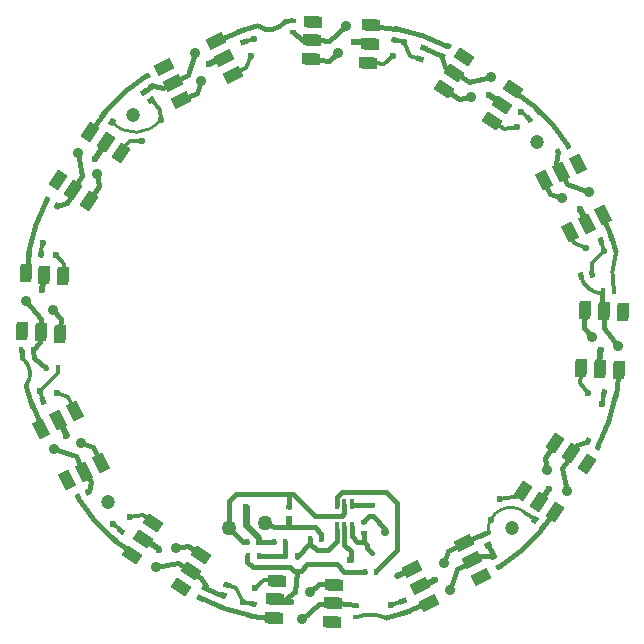
<source format=gtl>
%FSTAX42Y42*%
%MOMM*%
G71*
G01*
G75*
G04 Layer_Physical_Order=1*
G04 Layer_Color=255*
%ADD10C,0.35*%
%ADD11C,0.45*%
%ADD12C,0.25*%
G04:AMPARAMS|DCode=13|XSize=0.46mm|YSize=0.61mm|CornerRadius=0mm|HoleSize=0mm|Usage=FLASHONLY|Rotation=350.000|XOffset=0mm|YOffset=0mm|HoleType=Round|Shape=Rectangle|*
%AMROTATEDRECTD13*
4,1,4,-0.28,-0.26,-0.17,0.34,0.28,0.26,0.17,-0.34,-0.28,-0.26,0.0*
%
%ADD13ROTATEDRECTD13*%

G04:AMPARAMS|DCode=14|XSize=1mm|YSize=1.5mm|CornerRadius=0mm|HoleSize=0mm|Usage=FLASHONLY|Rotation=26.400|XOffset=0mm|YOffset=0mm|HoleType=Round|Shape=Rectangle|*
%AMROTATEDRECTD14*
4,1,4,-0.11,-0.89,-0.78,0.45,0.11,0.89,0.78,-0.45,-0.11,-0.89,0.0*
%
%ADD14ROTATEDRECTD14*%

G04:AMPARAMS|DCode=15|XSize=1mm|YSize=1.5mm|CornerRadius=0mm|HoleSize=0mm|Usage=FLASHONLY|Rotation=56.400|XOffset=0mm|YOffset=0mm|HoleType=Round|Shape=Rectangle|*
%AMROTATEDRECTD15*
4,1,4,0.35,-0.83,-0.90,-0.00,-0.35,0.83,0.90,0.00,0.35,-0.83,0.0*
%
%ADD15ROTATEDRECTD15*%

G04:AMPARAMS|DCode=16|XSize=1mm|YSize=1.5mm|CornerRadius=0mm|HoleSize=0mm|Usage=FLASHONLY|Rotation=86.500|XOffset=0mm|YOffset=0mm|HoleType=Round|Shape=Rectangle|*
%AMROTATEDRECTD16*
4,1,4,0.72,-0.54,-0.78,-0.45,-0.72,0.54,0.78,0.45,0.72,-0.54,0.0*
%
%ADD16ROTATEDRECTD16*%

G04:AMPARAMS|DCode=17|XSize=1mm|YSize=1.5mm|CornerRadius=0mm|HoleSize=0mm|Usage=FLASHONLY|Rotation=326.400|XOffset=0mm|YOffset=0mm|HoleType=Round|Shape=Rectangle|*
%AMROTATEDRECTD17*
4,1,4,-0.83,-0.35,-0.00,0.90,0.83,0.35,0.00,-0.90,-0.83,-0.35,0.0*
%
%ADD17ROTATEDRECTD17*%

G04:AMPARAMS|DCode=18|XSize=0.46mm|YSize=0.61mm|CornerRadius=0mm|HoleSize=0mm|Usage=FLASHONLY|Rotation=320.000|XOffset=0mm|YOffset=0mm|HoleType=Round|Shape=Rectangle|*
%AMROTATEDRECTD18*
4,1,4,-0.37,-0.09,0.02,0.38,0.37,0.09,-0.02,-0.38,-0.37,-0.09,0.0*
%
%ADD18ROTATEDRECTD18*%

G04:AMPARAMS|DCode=19|XSize=1mm|YSize=1.5mm|CornerRadius=0mm|HoleSize=0mm|Usage=FLASHONLY|Rotation=296.400|XOffset=0mm|YOffset=0mm|HoleType=Round|Shape=Rectangle|*
%AMROTATEDRECTD19*
4,1,4,-0.89,0.11,0.45,0.78,0.89,-0.11,-0.45,-0.78,-0.89,0.11,0.0*
%
%ADD19ROTATEDRECTD19*%

G04:AMPARAMS|DCode=20|XSize=0.46mm|YSize=0.51mm|CornerRadius=0mm|HoleSize=0mm|Usage=FLASHONLY|Rotation=30.000|XOffset=0mm|YOffset=0mm|HoleType=Round|Shape=Rectangle|*
%AMROTATEDRECTD20*
4,1,4,-0.07,-0.33,-0.32,0.11,0.07,0.33,0.32,-0.11,-0.07,-0.33,0.0*
%
%ADD20ROTATEDRECTD20*%

G04:AMPARAMS|DCode=21|XSize=0.46mm|YSize=0.51mm|CornerRadius=0mm|HoleSize=0mm|Usage=FLASHONLY|Rotation=150.000|XOffset=0mm|YOffset=0mm|HoleType=Round|Shape=Rectangle|*
%AMROTATEDRECTD21*
4,1,4,0.32,0.11,0.07,-0.33,-0.32,-0.11,-0.07,0.33,0.32,0.11,0.0*
%
%ADD21ROTATEDRECTD21*%

G04:AMPARAMS|DCode=22|XSize=1mm|YSize=1.5mm|CornerRadius=0mm|HoleSize=0mm|Usage=FLASHONLY|Rotation=207.000|XOffset=0mm|YOffset=0mm|HoleType=Round|Shape=Rectangle|*
%AMROTATEDRECTD22*
4,1,4,0.11,0.90,0.79,-0.44,-0.11,-0.90,-0.79,0.44,0.11,0.90,0.0*
%
%ADD22ROTATEDRECTD22*%

G04:AMPARAMS|DCode=23|XSize=0.46mm|YSize=0.61mm|CornerRadius=0mm|HoleSize=0mm|Usage=FLASHONLY|Rotation=230.000|XOffset=0mm|YOffset=0mm|HoleType=Round|Shape=Rectangle|*
%AMROTATEDRECTD23*
4,1,4,-0.09,0.37,0.38,-0.02,0.09,-0.37,-0.38,0.02,-0.09,0.37,0.0*
%
%ADD23ROTATEDRECTD23*%

G04:AMPARAMS|DCode=24|XSize=0.46mm|YSize=0.51mm|CornerRadius=0mm|HoleSize=0mm|Usage=FLASHONLY|Rotation=65.000|XOffset=0mm|YOffset=0mm|HoleType=Round|Shape=Rectangle|*
%AMROTATEDRECTD24*
4,1,4,0.13,-0.31,-0.33,-0.10,-0.13,0.31,0.33,0.10,0.13,-0.31,0.0*
%
%ADD24ROTATEDRECTD24*%

G04:AMPARAMS|DCode=25|XSize=0.46mm|YSize=0.61mm|CornerRadius=0mm|HoleSize=0mm|Usage=FLASHONLY|Rotation=260.000|XOffset=0mm|YOffset=0mm|HoleType=Round|Shape=Rectangle|*
%AMROTATEDRECTD25*
4,1,4,-0.26,0.28,0.34,0.17,0.26,-0.28,-0.34,-0.17,-0.26,0.28,0.0*
%
%ADD25ROTATEDRECTD25*%

G04:AMPARAMS|DCode=26|XSize=0.46mm|YSize=0.61mm|CornerRadius=0mm|HoleSize=0mm|Usage=FLASHONLY|Rotation=290.000|XOffset=0mm|YOffset=0mm|HoleType=Round|Shape=Rectangle|*
%AMROTATEDRECTD26*
4,1,4,-0.36,0.11,0.21,0.32,0.36,-0.11,-0.21,-0.32,-0.36,0.11,0.0*
%
%ADD26ROTATEDRECTD26*%

%ADD27R,0.51X0.46*%
G04:AMPARAMS|DCode=28|XSize=0.46mm|YSize=0.51mm|CornerRadius=0mm|HoleSize=0mm|Usage=FLASHONLY|Rotation=120.000|XOffset=0mm|YOffset=0mm|HoleType=Round|Shape=Rectangle|*
%AMROTATEDRECTD28*
4,1,4,0.33,-0.07,-0.11,-0.32,-0.33,0.07,0.11,0.32,0.33,-0.07,0.0*
%
%ADD28ROTATEDRECTD28*%

G04:AMPARAMS|DCode=29|XSize=0.46mm|YSize=0.61mm|CornerRadius=0mm|HoleSize=0mm|Usage=FLASHONLY|Rotation=298.000|XOffset=0mm|YOffset=0mm|HoleType=Round|Shape=Rectangle|*
%AMROTATEDRECTD29*
4,1,4,-0.38,0.06,0.16,0.34,0.38,-0.06,-0.16,-0.34,-0.38,0.06,0.0*
%
%ADD29ROTATEDRECTD29*%

G04:AMPARAMS|DCode=30|XSize=0.46mm|YSize=0.61mm|CornerRadius=0mm|HoleSize=0mm|Usage=FLASHONLY|Rotation=249.000|XOffset=0mm|YOffset=0mm|HoleType=Round|Shape=Rectangle|*
%AMROTATEDRECTD30*
4,1,4,-0.20,0.32,0.37,0.10,0.20,-0.32,-0.37,-0.10,-0.20,0.32,0.0*
%
%ADD30ROTATEDRECTD30*%

G04:AMPARAMS|DCode=31|XSize=0.46mm|YSize=0.61mm|CornerRadius=0mm|HoleSize=0mm|Usage=FLASHONLY|Rotation=21.000|XOffset=0mm|YOffset=0mm|HoleType=Round|Shape=Rectangle|*
%AMROTATEDRECTD31*
4,1,4,-0.10,-0.37,-0.32,0.20,0.10,0.37,0.32,-0.20,-0.10,-0.37,0.0*
%
%ADD31ROTATEDRECTD31*%

G04:AMPARAMS|DCode=32|XSize=0.46mm|YSize=0.61mm|CornerRadius=0mm|HoleSize=0mm|Usage=FLASHONLY|Rotation=190.000|XOffset=0mm|YOffset=0mm|HoleType=Round|Shape=Rectangle|*
%AMROTATEDRECTD32*
4,1,4,0.17,0.34,0.28,-0.26,-0.17,-0.34,-0.28,0.26,0.17,0.34,0.0*
%
%ADD32ROTATEDRECTD32*%

G04:AMPARAMS|DCode=33|XSize=0.46mm|YSize=0.61mm|CornerRadius=0mm|HoleSize=0mm|Usage=FLASHONLY|Rotation=40.000|XOffset=0mm|YOffset=0mm|HoleType=Round|Shape=Rectangle|*
%AMROTATEDRECTD33*
4,1,4,0.02,-0.38,-0.37,0.09,-0.02,0.38,0.37,-0.09,0.02,-0.38,0.0*
%
%ADD33ROTATEDRECTD33*%

G04:AMPARAMS|DCode=34|XSize=0.46mm|YSize=0.61mm|CornerRadius=0mm|HoleSize=0mm|Usage=FLASHONLY|Rotation=81.000|XOffset=0mm|YOffset=0mm|HoleType=Round|Shape=Rectangle|*
%AMROTATEDRECTD34*
4,1,4,0.27,-0.27,-0.34,-0.18,-0.27,0.27,0.34,0.18,0.27,-0.27,0.0*
%
%ADD34ROTATEDRECTD34*%

G04:AMPARAMS|DCode=35|XSize=0.46mm|YSize=0.61mm|CornerRadius=0mm|HoleSize=0mm|Usage=FLASHONLY|Rotation=70.000|XOffset=0mm|YOffset=0mm|HoleType=Round|Shape=Rectangle|*
%AMROTATEDRECTD35*
4,1,4,0.21,-0.32,-0.36,-0.11,-0.21,0.32,0.36,0.11,0.21,-0.32,0.0*
%
%ADD35ROTATEDRECTD35*%

G04:AMPARAMS|DCode=36|XSize=0.46mm|YSize=0.61mm|CornerRadius=0mm|HoleSize=0mm|Usage=FLASHONLY|Rotation=130.000|XOffset=0mm|YOffset=0mm|HoleType=Round|Shape=Rectangle|*
%AMROTATEDRECTD36*
4,1,4,0.38,0.02,-0.09,-0.37,-0.38,-0.02,0.09,0.37,0.38,0.02,0.0*
%
%ADD36ROTATEDRECTD36*%

G04:AMPARAMS|DCode=37|XSize=0.46mm|YSize=0.61mm|CornerRadius=0mm|HoleSize=0mm|Usage=FLASHONLY|Rotation=145.000|XOffset=0mm|YOffset=0mm|HoleType=Round|Shape=Rectangle|*
%AMROTATEDRECTD37*
4,1,4,0.36,0.12,0.01,-0.38,-0.36,-0.12,-0.01,0.38,0.36,0.12,0.0*
%
%ADD37ROTATEDRECTD37*%

G04:AMPARAMS|DCode=38|XSize=0.46mm|YSize=0.61mm|CornerRadius=0mm|HoleSize=0mm|Usage=FLASHONLY|Rotation=175.000|XOffset=0mm|YOffset=0mm|HoleType=Round|Shape=Rectangle|*
%AMROTATEDRECTD38*
4,1,4,0.25,0.28,0.20,-0.32,-0.25,-0.28,-0.20,0.32,0.25,0.28,0.0*
%
%ADD38ROTATEDRECTD38*%

%ADD39R,0.46X0.61*%
G04:AMPARAMS|DCode=40|XSize=0.46mm|YSize=0.61mm|CornerRadius=0mm|HoleSize=0mm|Usage=FLASHONLY|Rotation=200.000|XOffset=0mm|YOffset=0mm|HoleType=Round|Shape=Rectangle|*
%AMROTATEDRECTD40*
4,1,4,0.11,0.36,0.32,-0.21,-0.11,-0.36,-0.32,0.21,0.11,0.36,0.0*
%
%ADD40ROTATEDRECTD40*%

%ADD41R,0.61X0.46*%
%ADD42R,0.46X0.51*%
G04:AMPARAMS|DCode=43|XSize=0.46mm|YSize=0.51mm|CornerRadius=0mm|HoleSize=0mm|Usage=FLASHONLY|Rotation=240.000|XOffset=0mm|YOffset=0mm|HoleType=Round|Shape=Rectangle|*
%AMROTATEDRECTD43*
4,1,4,-0.11,0.32,0.33,0.07,0.11,-0.32,-0.33,-0.07,-0.11,0.32,0.0*
%
%ADD43ROTATEDRECTD43*%

%ADD44R,0.35X0.85*%
G04:AMPARAMS|DCode=45|XSize=1mm|YSize=1.5mm|CornerRadius=0mm|HoleSize=0mm|Usage=FLASHONLY|Rotation=176.400|XOffset=0mm|YOffset=0mm|HoleType=Round|Shape=Rectangle|*
%AMROTATEDRECTD45*
4,1,4,0.55,0.72,0.45,-0.78,-0.55,-0.72,-0.45,0.78,0.55,0.72,0.0*
%
%ADD45ROTATEDRECTD45*%

%ADD46C,0.40*%
%ADD47C,0.30*%
%ADD48C,0.50*%
%ADD49C,0.51*%
%ADD50C,0.60*%
%ADD51C,1.20*%
%ADD52C,0.60*%
%ADD53C,0.87*%
%ADD54C,0.50*%
%ADD55C,0.70*%
%ADD56C,1.27*%
D10*
X017735Y017998D02*
G03*
X017705Y01823I-000131J000101D01*
G01*
X020785Y016029D02*
G03*
X020525Y016034I-000135J-000291D01*
G01*
X022732Y019129D02*
G03*
X022713Y018795I000587J-000201D01*
G01*
X022436Y018915D02*
G03*
X022614Y018779I000179J00005D01*
G01*
D11*
X019993Y021085D02*
G03*
X019932Y021085I-000023J-001496D01*
G01*
X019696Y021044D02*
G03*
X019932Y021083I000099J000137D01*
G01*
X021744Y016462D02*
G03*
X02208Y016756I-000804J001261D01*
G01*
X020785Y016029D02*
G03*
X020945Y016076I-000344J001456D01*
G01*
X022574Y017476D02*
G03*
X022727Y017913I-001319J000706D01*
G01*
X022732Y019129D02*
G03*
X022691Y019261I-001449J-000371D01*
G01*
X022329Y020024D02*
G03*
X022027Y020375I-001271J-000789D01*
G01*
X021307Y020866D02*
G03*
X02087Y021019I-000706J-001319D01*
G01*
X019696Y021044D02*
G03*
X019546Y020999I000353J-001454D01*
G01*
X017735Y017998D02*
G03*
X017782Y017842I001455J000347D01*
G01*
X017912Y01957D02*
G03*
X01776Y019133I001319J-000706D01*
G01*
X018177Y017044D02*
G03*
X01848Y016694I001271J000789D01*
G01*
X018758Y020622D02*
G03*
X018407Y02032I000789J-001271D01*
G01*
X019207Y016202D02*
G03*
X019645Y01605I000706J001319D01*
G01*
D12*
X021964Y016921D02*
G03*
X021649Y016763I-000124J-000146D01*
G01*
X018462Y020232D02*
G03*
X018875Y02025I000199J000176D01*
G01*
D13*
X022632Y017936D02*
D03*
X022728Y017919D02*
D03*
D14*
X02212Y019736D02*
D03*
X022407Y019878D02*
D03*
X022263Y019807D02*
D03*
X022481Y019368D02*
D03*
X022624Y019439D02*
D03*
X022338Y019297D02*
D03*
D15*
X02127Y020513D02*
D03*
X021447Y02078D02*
D03*
X021358Y020647D02*
D03*
X021766Y020375D02*
D03*
X021855Y020509D02*
D03*
X021678Y020242D02*
D03*
X019221Y016561D02*
D03*
X019044Y016294D02*
D03*
X019132Y016428D02*
D03*
X018724Y016698D02*
D03*
X018635Y016565D02*
D03*
X018812Y016832D02*
D03*
D16*
X020145Y02076D02*
D03*
X020164Y02108D02*
D03*
X020155Y02092D02*
D03*
X020644Y02089D02*
D03*
X020654Y02105D02*
D03*
X020634Y020731D02*
D03*
X020347Y016313D02*
D03*
X020325Y015994D02*
D03*
X020336Y016153D02*
D03*
X019847Y016187D02*
D03*
X019836Y016028D02*
D03*
X019858Y016347D02*
D03*
D17*
X022218Y017513D02*
D03*
X022485Y017336D02*
D03*
X022352Y017424D02*
D03*
X02208Y017016D02*
D03*
X022214Y016928D02*
D03*
X021947Y017105D02*
D03*
X018268Y019562D02*
D03*
X018003Y019741D02*
D03*
X018135Y019652D02*
D03*
X01841Y020058D02*
D03*
X018277Y020148D02*
D03*
X018542Y019969D02*
D03*
D18*
X022041Y016864D02*
D03*
X022114Y016801D02*
D03*
D19*
X021443Y016663D02*
D03*
X021586Y016376D02*
D03*
X021514Y016519D02*
D03*
X021075Y016301D02*
D03*
X021147Y016158D02*
D03*
X021004Y016445D02*
D03*
X019047Y020413D02*
D03*
X018905Y020699D02*
D03*
X018976Y020556D02*
D03*
X019415Y020775D02*
D03*
X019343Y020918D02*
D03*
X019486Y020631D02*
D03*
D20*
X018259Y017099D02*
D03*
X018176Y017051D02*
D03*
X022243Y019978D02*
D03*
X022327Y020027D02*
D03*
D21*
X022491Y017527D02*
D03*
X022574Y017478D02*
D03*
X017997Y019521D02*
D03*
X017913Y019569D02*
D03*
D22*
X018368Y017343D02*
D03*
X018083Y017198D02*
D03*
X018225Y01727D02*
D03*
X018003Y017707D02*
D03*
X01786Y017634D02*
D03*
X018146Y01778D02*
D03*
D23*
X018539Y016769D02*
D03*
X018476Y016696D02*
D03*
D24*
X01925Y016286D02*
D03*
X01921Y016199D02*
D03*
D25*
X019658Y016145D02*
D03*
X019642Y01605D02*
D03*
D26*
X020926Y016173D02*
D03*
X020959Y016082D02*
D03*
X019585Y020909D02*
D03*
X019552Y020999D02*
D03*
D27*
X020525Y016133D02*
D03*
Y016037D02*
D03*
X019995Y020989D02*
D03*
Y021086D02*
D03*
X020593Y016846D02*
D03*
Y016749D02*
D03*
X020668Y016894D02*
D03*
Y016991D02*
D03*
D28*
X021693Y016549D02*
D03*
X021742Y016466D02*
D03*
X018804Y020536D02*
D03*
X018756Y020619D02*
D03*
D29*
X021601Y016731D02*
D03*
X021647Y016646D02*
D03*
D30*
X019435Y016313D02*
D03*
X0194Y016222D02*
D03*
D31*
X022601Y019222D02*
D03*
X022691Y019257D02*
D03*
D32*
X022525Y018946D02*
D03*
X02243Y018929D02*
D03*
D33*
X021995Y020257D02*
D03*
X022069Y020319D02*
D03*
D34*
X020859Y020921D02*
D03*
X020874Y021016D02*
D03*
D35*
X021069Y020761D02*
D03*
X021102Y020852D02*
D03*
D36*
X018797Y020413D02*
D03*
X018735Y020487D02*
D03*
D37*
X018462Y020232D02*
D03*
X018383Y020288D02*
D03*
D38*
X017858Y019116D02*
D03*
X017762Y019124D02*
D03*
D39*
X018003Y018148D02*
D03*
X017906Y018148D02*
D03*
D40*
X017878Y017869D02*
D03*
X017787Y017836D02*
D03*
D41*
X019965Y016973D02*
D03*
Y016877D02*
D03*
D42*
X019607Y016673D02*
D03*
X019703D02*
D03*
X022617Y018795D02*
D03*
X022713D02*
D03*
X017791Y018298D02*
D03*
X017694D02*
D03*
X020139Y0167D02*
D03*
X020236D02*
D03*
X019612Y016557D02*
D03*
X019708D02*
D03*
X020602Y016423D02*
D03*
X020698D02*
D03*
X020026Y016557D02*
D03*
X019929D02*
D03*
X019832Y016673D02*
D03*
X019928D02*
D03*
D43*
X021256Y020786D02*
D03*
X021304Y020869D02*
D03*
D44*
X020365Y016802D02*
D03*
X02043Y016802D02*
D03*
X020495D02*
D03*
X020495Y016993D02*
D03*
X02043D02*
D03*
X020365Y016993D02*
D03*
D45*
X01802Y018437D02*
D03*
X0177Y018458D02*
D03*
X01786Y018448D02*
D03*
X017891Y018937D02*
D03*
X017731Y018947D02*
D03*
X01805Y018927D02*
D03*
X022468Y018638D02*
D03*
X022787Y018618D02*
D03*
X022628Y018628D02*
D03*
X022597Y018139D02*
D03*
X022757Y018129D02*
D03*
X022437Y018149D02*
D03*
D46*
X017699Y018287D02*
X017705Y01823D01*
X017801Y018233D02*
X017906Y018148D01*
X022614Y018693D02*
Y018779D01*
X017795Y018289D02*
X017801Y018233D01*
X021566Y016555D02*
X021691D01*
X021549Y016538D02*
X021566Y016555D01*
X018732Y020482D02*
X018804Y020536D01*
X021103Y020852D02*
X021255Y020786D01*
X01925Y016286D02*
X019402Y01622D01*
X022081Y016758D02*
X022209Y016931D01*
X022131Y017386D02*
X02215Y017283D01*
X022131Y017386D02*
X022218Y017513D01*
X022277Y0173D02*
X022312Y017109D01*
X022277Y0173D02*
X022372Y017439D01*
X021388Y016449D02*
X021539Y016522D01*
X021323Y016266D02*
X021388Y016449D01*
X021305Y016596D02*
X021443Y016663D01*
X020376Y016153D02*
X020526Y016143D01*
X02127Y016498D02*
X021305Y016596D01*
X020947Y016077D02*
X021144Y016163D01*
X022727Y017916D02*
X022753Y018147D01*
X022456Y018485D02*
X022524Y018406D01*
X022401Y017498D02*
X022479Y017523D01*
X022376Y017459D02*
X022402Y017498D01*
X022456Y018485D02*
X022468Y018638D01*
X022625Y018483D02*
X022751Y018336D01*
X022625Y018483D02*
X022638Y018651D01*
X022246Y019856D02*
X022318Y019704D01*
X022502Y01964D01*
X022105Y01976D02*
X022171Y019621D01*
X02227Y019587D01*
X022637Y019387D02*
X022691Y019264D01*
X021888Y020476D02*
X022032Y020369D01*
X021397Y020426D02*
X021499Y020445D01*
X022224Y019886D02*
X022243Y019978D01*
X022224Y019886D02*
X022244Y019844D01*
X02127Y020513D02*
X021397Y020426D01*
X021482Y020572D02*
X021673Y020607D01*
X021344Y020667D02*
X021482Y020572D01*
X020132Y02093D02*
X0203Y020917D01*
X020447Y021044D01*
X020145Y02076D02*
X020298Y020749D01*
X021285Y020694D02*
X021324Y020668D01*
X02126Y020771D02*
X021285Y020694D01*
X020298Y020749D02*
X020377Y020816D01*
X020653Y021044D02*
X020867Y02102D01*
X019346Y020912D02*
X019543Y020998D01*
X019186Y020479D02*
X019221Y020577D01*
X019996Y02099D02*
X020068Y020925D01*
X020068Y020925D02*
X020115Y020922D01*
X019047Y020413D02*
X019186Y020479D01*
X019103Y020626D02*
X019168Y02081D01*
X018952Y020554D02*
X019103Y020626D01*
X017783Y017839D02*
X01787Y017639D01*
X018203Y017516D02*
X018302Y017482D01*
X017795Y018296D02*
X017856Y018364D01*
X017855Y018364D02*
X017859Y01841D01*
X018302Y017482D02*
X018368Y017343D01*
X017971Y017463D02*
X018155Y017399D01*
X018227Y017247D01*
X017848Y018395D02*
X017861Y018562D01*
X017735Y01871D02*
X017861Y018562D01*
X018018Y018408D02*
X01803Y018561D01*
X018085Y019548D02*
X018111Y019587D01*
X017997Y019519D02*
X018085Y019548D01*
X017962Y01864D02*
X01803Y018561D01*
X017744Y018997D02*
X017759Y01913D01*
X019215Y01637D02*
X019255Y016297D01*
X019176Y016396D02*
X019215Y01637D01*
X01925Y016287D02*
X019255Y016297D01*
X018482Y016692D02*
X01859Y016612D01*
X019008Y016623D02*
X01911Y016642D01*
X018266Y017103D02*
X018283Y017183D01*
X018262Y017224D02*
X018283Y017182D01*
X01911Y016642D02*
X019237Y016555D01*
X018833Y016461D02*
X019024Y016496D01*
X019163Y016401D01*
X018115Y019637D02*
X01821Y019775D01*
X018174Y019966D02*
X01821Y019775D01*
X018268Y019562D02*
X018355Y019689D01*
X018896Y020517D02*
X018938Y020537D01*
X018816Y020533D02*
X018896Y020516D01*
X018336Y019792D02*
X018355Y019689D01*
X018279Y020146D02*
X018405Y020317D01*
X019648Y016049D02*
X019781Y016034D01*
X020138Y016252D02*
X020217Y01632D01*
X019929Y016181D02*
X020015Y016255D01*
Y016252D02*
X020028Y01642D01*
X020182Y016895D02*
X020233D01*
X019994Y017082D02*
X020182Y016895D01*
X019515Y017082D02*
X019994D01*
X02043Y01642D02*
X020605D01*
X020365Y016485D02*
X02043Y01642D01*
X02088Y016602D02*
Y017D01*
X020701Y016424D02*
X02088Y016602D01*
X019795Y016192D02*
X019929Y016181D01*
X020217Y01632D02*
X02037Y016308D01*
X02Y016432D02*
X020065D01*
X020118Y016485D02*
X020365D01*
X020065Y016432D02*
X020118Y016485D01*
X019968Y016465D02*
X02Y016432D01*
X020068Y016025D02*
X020215Y016151D01*
X020382Y016138D01*
X019965Y016797D02*
X020178Y016797D01*
X019838Y016798D02*
X019965Y016797D01*
X019965Y016973D02*
Y017082D01*
X020538Y016677D02*
X020593D01*
X020625Y016645D01*
Y016623D02*
Y016645D01*
X020593Y016677D02*
Y016749D01*
X02059Y016845D02*
X020639Y016894D01*
X020668D01*
X020777Y016752D02*
Y016787D01*
X02067Y016894D02*
X020777Y016787D01*
X020495Y016721D02*
X020538Y016677D01*
X020625Y016623D02*
X020665Y016582D01*
X020482Y016518D02*
X020488Y016523D01*
Y016595D01*
X02043Y016652D02*
X020488Y016595D01*
X019706Y016552D02*
X01993D01*
Y016673D01*
X02014Y01666D02*
X020198Y016602D01*
X02014Y01666D02*
Y016699D01*
X020198Y016602D02*
X020288D01*
X020139Y0167D02*
X02014Y016699D01*
X020026Y01655D02*
X020138Y016662D01*
X020235Y0167D02*
Y01674D01*
X020235D01*
X020178Y016797D02*
X020235Y01674D01*
X020785Y017095D02*
X02088Y017D01*
X020407Y017095D02*
X020785D01*
X020365Y017052D02*
X020407Y017095D01*
X020365Y01699D02*
Y017052D01*
X019711Y016673D02*
X019832D01*
X019452Y01702D02*
X019515Y017082D01*
X019452Y016795D02*
Y01702D01*
Y016795D02*
X019573Y016675D01*
X019609D01*
X020235Y016895D02*
X02041D01*
X019755Y016838D02*
X019838Y016798D01*
X01966Y016465D02*
X019968D01*
X019609Y016506D02*
X01966Y016465D01*
X019609Y016506D02*
Y016552D01*
X02043Y016652D02*
Y0168D01*
X020495Y016721D02*
Y0168D01*
X020502Y01699D02*
X020612Y01699D01*
X020665Y016991D01*
X020365Y01668D02*
Y016773D01*
X020288Y016602D02*
X020365Y01668D01*
X02043Y016915D02*
Y01699D01*
X02041Y016895D02*
X02043Y016915D01*
X021645Y016645D02*
X021697Y016554D01*
X02149Y016688D02*
X021649Y016762D01*
D47*
X01785Y01795D02*
X018005Y018105D01*
Y018141D01*
X022525Y01895D02*
Y019038D01*
X022629Y019141D01*
X01785Y01795D02*
X017878Y017869D01*
X019516Y01628D02*
X019572Y016165D01*
X020849Y020924D02*
X020933Y020907D01*
X018801Y020415D02*
X018868Y020335D01*
X018875Y02025D01*
X020989Y020791D02*
X021069Y020761D01*
X020933Y020907D02*
X020989Y020791D01*
X019572Y016164D02*
X019656Y016148D01*
X019572Y016165D02*
X019572Y016164D01*
X019436Y016311D02*
X019516Y01628D01*
X018618Y020068D02*
X018715D01*
X018558Y020007D02*
X018618Y020068D01*
X02175Y017035D02*
X021921Y017062D01*
X021916Y017055D02*
X021921Y017062D01*
X021964Y016921D02*
X022041Y016866D01*
X020824Y016139D02*
X020905Y016167D01*
X022428Y018021D02*
X022494Y017939D01*
X022428Y018021D02*
X022435Y018091D01*
X022612Y017841D02*
X022628Y017924D01*
X022601Y019222D02*
X022629Y019141D01*
X02235Y01927D02*
X022379Y019205D01*
X022478Y019167D01*
X021784Y02017D02*
X021889Y020186D01*
X021727Y020211D02*
X021784Y02017D01*
X021931Y020313D02*
X021995Y020257D01*
X020692Y020728D02*
X020763Y02072D01*
X020845Y020787D01*
X019602Y020687D02*
X01964Y020785D01*
X019538Y020658D02*
X019602Y020687D01*
X019585Y020909D02*
X019666Y020936D01*
X017995Y017936D02*
X018094Y017898D01*
X018123Y017833D01*
X017858Y019121D02*
X017874Y019205D01*
X018051Y018955D02*
X018059Y019025D01*
X017992Y019107D02*
X018059Y019025D01*
X018618Y016882D02*
X018722Y016899D01*
X01878Y016857D01*
X018474Y016829D02*
X018539Y016773D01*
X01967Y016282D02*
X019752Y016349D01*
X019668Y01628D02*
X01967Y016282D01*
X019752Y016349D02*
X019823Y016341D01*
D48*
X021065Y016288D02*
X0212Y016355D01*
X019833Y016178D02*
X019983Y016169D01*
X022082Y017001D02*
X022166Y017126D01*
X022589Y018149D02*
X022599Y018299D01*
X022428Y019495D02*
X022494Y01936D01*
X021657Y020458D02*
X021782Y020374D01*
X020508Y020907D02*
X020658Y020897D01*
X017874Y018804D02*
X017884Y018954D01*
X018321Y019919D02*
X018405Y020044D01*
X018013Y017708D02*
X018079Y017573D01*
X018079Y017573D01*
X019286Y02072D02*
X019421Y020787D01*
X018733Y016695D02*
X018858Y016611D01*
X020876Y016383D02*
X021006Y016449D01*
X019706Y016675D02*
Y016709D01*
X01967Y016745D02*
X019706Y016709D01*
X019595Y016815D02*
X01967Y016745D01*
D49*
X019965Y016802D02*
Y01687D01*
D50*
X019595Y016815D02*
Y016968D01*
D51*
X021848Y016788D02*
D03*
X018427Y017012D02*
D03*
X022062Y020062D02*
D03*
X01864Y020285D02*
D03*
D52*
X017851Y01795D02*
D03*
X019573Y016165D02*
D03*
X018875Y02025D02*
D03*
X018715Y020068D02*
D03*
X02175Y017035D02*
D03*
X02193Y020312D02*
D03*
X021201Y016354D02*
D03*
X020824Y01614D02*
D03*
X019983Y016167D02*
D03*
X022166Y017126D02*
D03*
X022494Y017938D02*
D03*
X022611Y017841D02*
D03*
X022628Y019141D02*
D03*
X022477Y019167D02*
D03*
X0226Y018299D02*
D03*
X022429Y019496D02*
D03*
X021889Y020186D02*
D03*
X020845Y020786D02*
D03*
X021657Y020459D02*
D03*
X020508Y020908D02*
D03*
X019641Y020785D02*
D03*
X019666Y020936D02*
D03*
X017873Y018804D02*
D03*
X017996Y017936D02*
D03*
X020933Y020907D02*
D03*
X017875Y019205D02*
D03*
X017993Y019107D02*
D03*
X01832Y01992D02*
D03*
X018078Y017572D02*
D03*
X018618Y016882D02*
D03*
X018475Y016829D02*
D03*
X019286Y020721D02*
D03*
X018857Y01661D02*
D03*
X01967Y016282D02*
D03*
X019595Y016968D02*
D03*
X020482Y016518D02*
D03*
X021675Y016862D02*
D03*
D53*
X02215Y017283D02*
D03*
X022312Y017109D02*
D03*
X021323Y016266D02*
D03*
X02127Y016498D02*
D03*
X022524Y018406D02*
D03*
X022751Y018336D02*
D03*
X022502Y01964D02*
D03*
X02227Y019587D02*
D03*
X021499Y020445D02*
D03*
X021673Y020607D02*
D03*
X020447Y021044D02*
D03*
X020377Y020816D02*
D03*
X019221Y020577D02*
D03*
X019168Y02081D02*
D03*
X018203Y017516D02*
D03*
X017971Y017463D02*
D03*
X017735Y01871D02*
D03*
X017962Y01864D02*
D03*
X019008Y016623D02*
D03*
X018833Y016461D02*
D03*
X018174Y019966D02*
D03*
X018336Y019792D02*
D03*
X020138Y016252D02*
D03*
X020068Y016025D02*
D03*
D54*
X020875Y016382D02*
D03*
X020665Y016582D02*
D03*
D55*
X020777Y016755D02*
D03*
D56*
X019452Y016795D02*
D03*
X019755Y016838D02*
D03*
M02*

</source>
